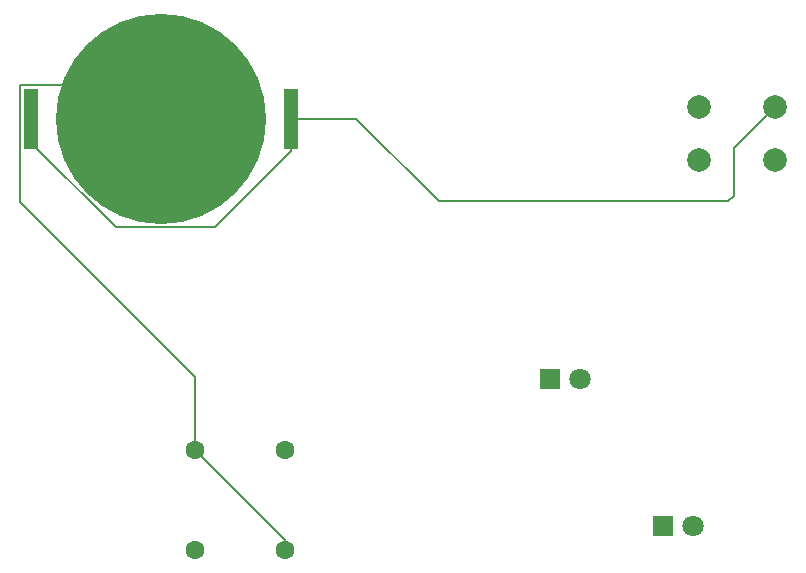
<source format=gbr>
%TF.GenerationSoftware,KiCad,Pcbnew,9.0.2*%
%TF.CreationDate,2025-06-04T18:39:41-07:00*%
%TF.ProjectId,butterfly3,62757474-6572-4666-9c79-332e6b696361,rev?*%
%TF.SameCoordinates,Original*%
%TF.FileFunction,Copper,L2,Bot*%
%TF.FilePolarity,Positive*%
%FSLAX46Y46*%
G04 Gerber Fmt 4.6, Leading zero omitted, Abs format (unit mm)*
G04 Created by KiCad (PCBNEW 9.0.2) date 2025-06-04 18:39:41*
%MOMM*%
%LPD*%
G01*
G04 APERTURE LIST*
%TA.AperFunction,ComponentPad*%
%ADD10C,1.600000*%
%TD*%
%TA.AperFunction,ComponentPad*%
%ADD11R,1.800000X1.800000*%
%TD*%
%TA.AperFunction,ComponentPad*%
%ADD12C,1.800000*%
%TD*%
%TA.AperFunction,ComponentPad*%
%ADD13C,2.000000*%
%TD*%
%TA.AperFunction,SMDPad,CuDef*%
%ADD14R,1.270000X5.080000*%
%TD*%
%TA.AperFunction,SMDPad,CuDef*%
%ADD15C,17.800000*%
%TD*%
%TA.AperFunction,Conductor*%
%ADD16C,0.200000*%
%TD*%
G04 APERTURE END LIST*
D10*
%TO.P,R2,2*%
%TO.N,Net-(BT1--)*%
X129000000Y-114000000D03*
%TO.P,R2,1*%
%TO.N,Net-(D2-K)*%
X121380000Y-114000000D03*
%TD*%
%TO.P,R1,1*%
%TO.N,Net-(D1-K)*%
X129000000Y-105500000D03*
%TO.P,R1,2*%
%TO.N,Net-(BT1--)*%
X121380000Y-105500000D03*
%TD*%
D11*
%TO.P,D2,1,K*%
%TO.N,Net-(D2-K)*%
X160960000Y-112000000D03*
D12*
%TO.P,D2,2,A*%
%TO.N,Net-(D1-A)*%
X163500000Y-112000000D03*
%TD*%
D11*
%TO.P,D1,1,K*%
%TO.N,Net-(D1-K)*%
X151460000Y-99500000D03*
D12*
%TO.P,D1,2,A*%
%TO.N,Net-(D1-A)*%
X154000000Y-99500000D03*
%TD*%
D13*
%TO.P,SW1,1,1*%
%TO.N,Net-(BT1-+)*%
X164000000Y-76500000D03*
X170500000Y-76500000D03*
%TO.P,SW1,2,2*%
%TO.N,Net-(D1-A)*%
X164000000Y-81000000D03*
X170500000Y-81000000D03*
%TD*%
D14*
%TO.P,BT1,1,+*%
%TO.N,Net-(BT1-+)*%
X129485000Y-77500000D03*
X107515000Y-77500000D03*
D15*
%TO.P,BT1,2,-*%
%TO.N,Net-(BT1--)*%
X118500000Y-77500000D03*
%TD*%
D16*
%TO.N,Net-(BT1--)*%
X129000000Y-113120000D02*
X129000000Y-114000000D01*
X121380000Y-105500000D02*
X129000000Y-113120000D01*
X121380000Y-99380000D02*
X121380000Y-105500000D01*
X106579000Y-84579000D02*
X121380000Y-99380000D01*
X106579000Y-74659000D02*
X106579000Y-84579000D01*
X115659000Y-74659000D02*
X106579000Y-74659000D01*
X118500000Y-77500000D02*
X115659000Y-74659000D01*
%TO.N,Net-(BT1-+)*%
X107515000Y-79527179D02*
X107515000Y-77500000D01*
X114688821Y-86701000D02*
X107515000Y-79527179D01*
X123024000Y-86701000D02*
X114688821Y-86701000D01*
X129485000Y-80240000D02*
X123024000Y-86701000D01*
X129485000Y-77500000D02*
X129485000Y-80240000D01*
X167000000Y-80000000D02*
X170500000Y-76500000D01*
X142000000Y-84500000D02*
X166500000Y-84500000D01*
X135000000Y-77500000D02*
X142000000Y-84500000D01*
X166500000Y-84500000D02*
X167000000Y-84000000D01*
X167000000Y-84000000D02*
X167000000Y-80000000D01*
X129485000Y-77500000D02*
X135000000Y-77500000D01*
%TD*%
M02*

</source>
